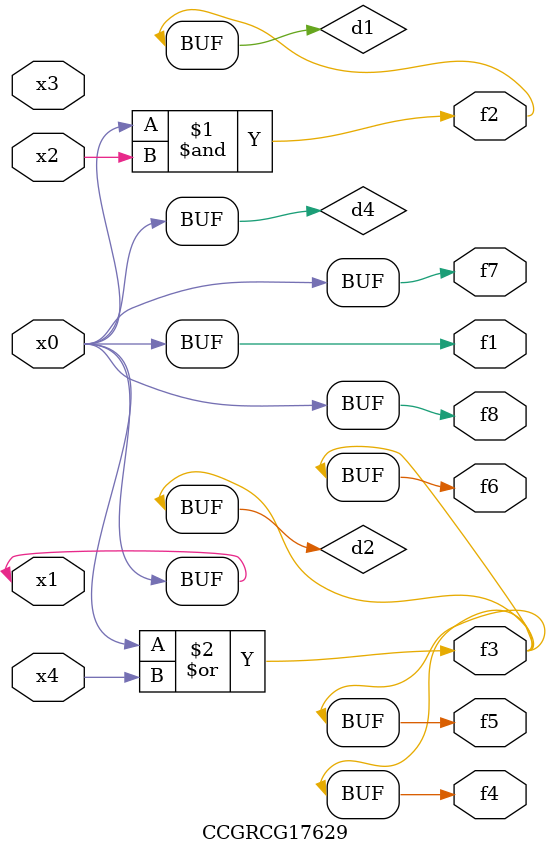
<source format=v>
module CCGRCG17629(
	input x0, x1, x2, x3, x4,
	output f1, f2, f3, f4, f5, f6, f7, f8
);

	wire d1, d2, d3, d4;

	and (d1, x0, x2);
	or (d2, x0, x4);
	nand (d3, x0, x2);
	buf (d4, x0, x1);
	assign f1 = d4;
	assign f2 = d1;
	assign f3 = d2;
	assign f4 = d2;
	assign f5 = d2;
	assign f6 = d2;
	assign f7 = d4;
	assign f8 = d4;
endmodule

</source>
